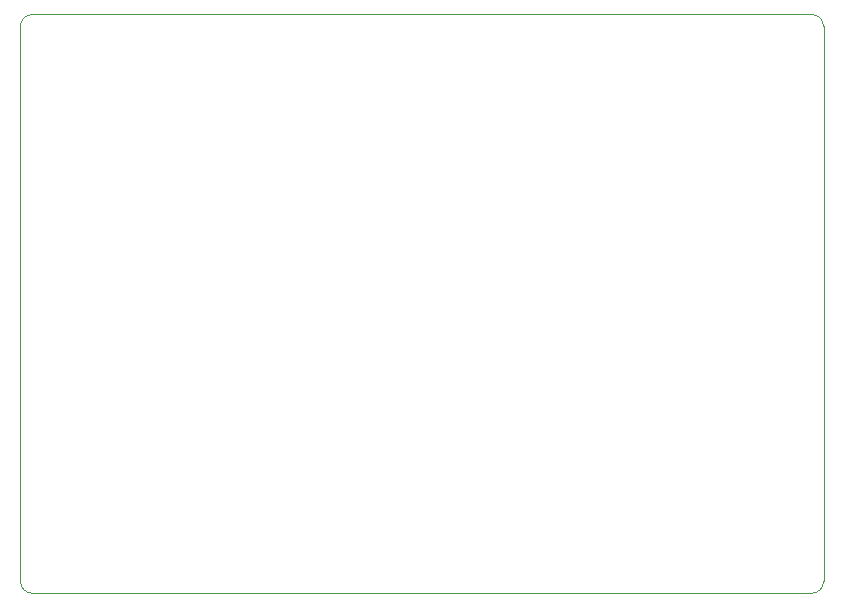
<source format=gbr>
%TF.GenerationSoftware,KiCad,Pcbnew,8.0.9-8.0.9-0~ubuntu24.04.1*%
%TF.CreationDate,2025-03-05T09:12:54+01:00*%
%TF.ProjectId,SpeedometerV1,53706565-646f-46d6-9574-657256312e6b,V2*%
%TF.SameCoordinates,Original*%
%TF.FileFunction,Profile,NP*%
%FSLAX46Y46*%
G04 Gerber Fmt 4.6, Leading zero omitted, Abs format (unit mm)*
G04 Created by KiCad (PCBNEW 8.0.9-8.0.9-0~ubuntu24.04.1) date 2025-03-05 09:12:54*
%MOMM*%
%LPD*%
G01*
G04 APERTURE LIST*
%TA.AperFunction,Profile*%
%ADD10C,0.050000*%
%TD*%
G04 APERTURE END LIST*
D10*
X102100000Y-35400000D02*
G75*
G02*
X103100000Y-36400000I0J-1000000D01*
G01*
X35100000Y-36400000D02*
G75*
G02*
X36100000Y-35400000I1000000J0D01*
G01*
X102100000Y-84400000D02*
X36100000Y-84400000D01*
X35100000Y-83400000D02*
X35100000Y-36400000D01*
X36100000Y-84400000D02*
G75*
G02*
X35100000Y-83400000I0J1000000D01*
G01*
X103100000Y-36400000D02*
X103100000Y-83400000D01*
X36100000Y-35400000D02*
X102100000Y-35400000D01*
X103100000Y-83400000D02*
G75*
G02*
X102100000Y-84400000I-1000000J0D01*
G01*
M02*

</source>
